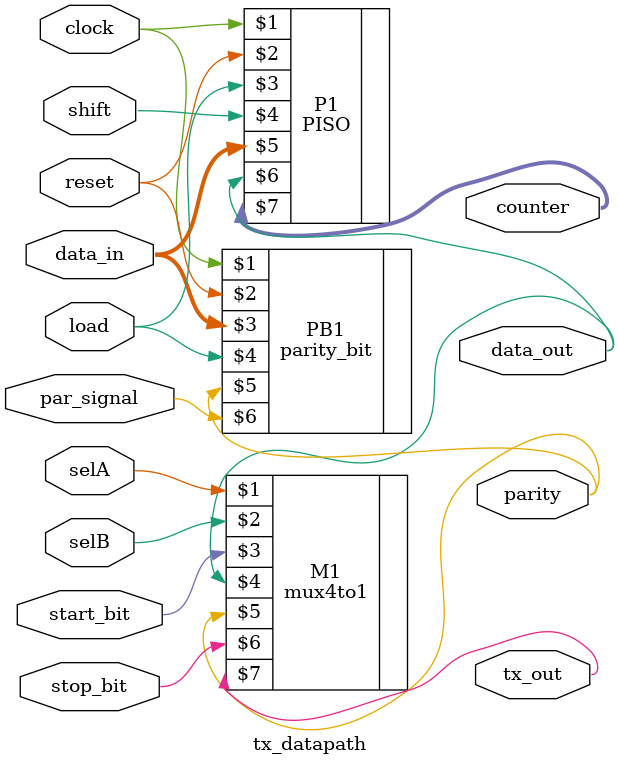
<source format=v>
`timescale 1ns/1ps

module tx_datapath(clock,reset,load,shift,counter,par_signal,selA,selB,start_bit,stop_bit,data_in,data_out,parity,tx_out);
	
	input clock,reset,load,shift,par_signal,selA,selB,start_bit,stop_bit;
	input [7:0] data_in;
	output wire [3:0] counter;
	output wire data_out, parity, tx_out;
	
	PISO    P1(clock,reset,load,shift,data_in,data_out,counter);
	mux4to1 M1(selA,selB,start_bit,data_out,parity,stop_bit,tx_out);
	parity_bit PB1(clock,reset,data_in,load,parity,par_signal);
	
endmodule
</source>
